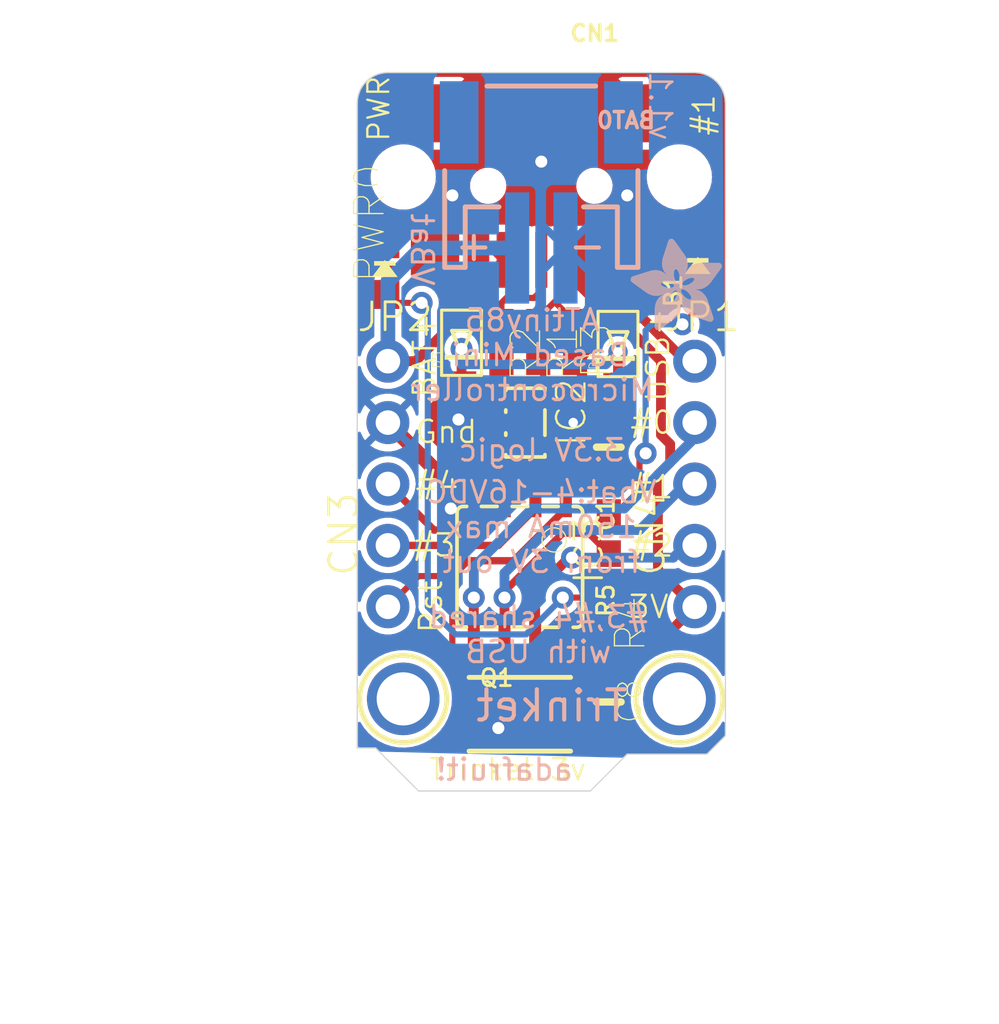
<source format=kicad_pcb>
(kicad_pcb (version 20221018) (generator pcbnew)
  (layers (0 "F.Cu" signal) (1 "In1.Cu" signal) (2 "In2.Cu" signal) (3 "In3.Cu" signal) (4 "In4.Cu" signal) (5 "In5.Cu" signal) (6 "In6.Cu" signal) (7 "In7.Cu" signal) (8 "In8.Cu" signal) (9 "In9.Cu" signal) (10 "In10.Cu" signal) (11 "In11.Cu" signal) (12 "In12.Cu" signal) (13 "In13.Cu" signal) (14 "In14.Cu" signal) (31 "B.Cu" signal) (34 "B.Paste" user) (35 "F.Paste" user) (36 "B.SilkS" user "B.Silkscreen") (37 "F.SilkS" user "F.Silkscreen") (38 "B.Mask" user) (39 "F.Mask" user) (44 "Edge.Cuts" user))
  (net 0 "")
  (net 1 "GND")
  (net 2 "+3V3")
  (net 3 "D+")
  (net 4 "D-")
  (net 5 "VBUS")
  (net 6 "B0")
  (net 7 "B2")
  (net 8 "B1")
  (net 9 "N$6")
  (net 10 "VBAT")
  (net 11 "N$7")
  (net 12 "RESET")
  (net 13 "B3")
  (net 14 "B4")
  (net 15 "N$1")
  (footprint "working:SOIC8" (layer "F.Cu") (at 147.6121 110.5916 180)
    (fp_text reference "IC3" (at -2.8575 2.159 90) (layer "F.SilkS") (effects (font (size 1.1557 1.1557) (thickness 0.1143)) (justify right)))
    (fp_text value "ATTINY85-20S")
    (pad "1" smd rect (at -1.905 3.154 180) (size 0.5 2.2) (layers "F.Cu" "F.Paste" "F.Mask") (net 12 "RESET"))
    (pad "2" smd rect (at -0.645 3.154 180) (size 0.5 2.2) (layers "F.Cu" "F.Paste" "F.Mask") (net 13 "B3"))
    (pad "3" smd rect (at 0.625 3.154 180) (size 0.5 2.2) (layers "F.Cu" "F.Paste" "F.Mask") (net 14 "B4"))
    (pad "4" smd rect (at 1.895 3.154 180) (size 0.5 2.2) (layers "F.Cu" "F.Paste" "F.Mask") (net 1 "GND"))
    (pad "5" smd rect (at 1.905 -3.154 180) (size 0.5 2.2) (layers "F.Cu" "F.Paste" "F.Mask") (net 6 "B0"))
    (pad "6" smd rect (at 0.635 -3.154 180) (size 0.5 2.2) (layers "F.Cu" "F.Paste" "F.Mask") (net 8 "B1"))
    (pad "7" smd rect (at -0.635 -3.154 180) (size 0.5 2.2) (layers "F.Cu" "F.Paste" "F.Mask") (net 7 "B2"))
    (pad "8" smd rect (at -1.905 -3.154 180) (size 0.5 2.2) (layers "F.Cu" "F.Paste" "F.Mask") (net 2 "+3V3"))
  )
  (footprint "working:SOD-123FL" (layer "F.Cu") (at 145.1991 101.3206 90)
    (fp_text reference "D3" (at -1.1 -1 90) (layer "F.SilkS") (effects (font (size 0.376489 0.376489) (thickness 0.029911)) (justify left)))
    (fp_text value "SCHOTTKY")
    (pad "A" smd rect (at 1.6375 0 90) (size 0.91 1.22) (layers "F.Cu" "F.Paste" "F.Mask") (net 10 "VBAT"))
    (pad "C" smd rect (at -1.6375 0 90) (size 0.91 1.22) (layers "F.Cu" "F.Paste" "F.Mask") (net 11 "N$7"))
  )
  (footprint "working:FIDUCIAL_1MM" (layer "F.Cu") (at 148.5011 91.1606)
    (fp_text reference "U$1" hide)
    (fp_text value "FIDUCIAL" hide)
    (pad "1" smd roundrect (at 0 0) (size 1 1) (layers "F.Cu") (roundrect_rratio 0.5))
    (zone (net 0) (net_name "") (layer "F.Cu") (connect_pads (clearance 0)) (min_thickness 0.25)
      (keepout (tracks not_allowed) (vias not_allowed) (pads not_allowed) (copperpour not_allowed) (footprints allowed))
      (fill (thermal_gap 0.5) (thermal_bridge_width 0.5))
      (polygon (pts (xy 147.5011 91.1606) (xy 147.5011 91.1606) (xy 147.520315 91.35569) (xy 147.57722 91.543283) (xy 147.66963 91.71617) (xy 147.793993 91.867707) (xy 147.94553 91.99207) (xy 148.118417 92.08448) (xy 148.5011 92.1606) (xy 148.5011 92.1606) (xy 148.69619 92.141385) (xy 148.883783 92.08448) (xy 149.05667 91.99207) (xy 149.208207 91.867707) (xy 149.33257 91.71617) (xy 149.42498 91.543283) (xy 149.5011 91.1606) (xy 149.5011 91.1606) (xy 149.481885 90.96551) (xy 149.42498 90.777917) (xy 149.33257 90.60503) (xy 149.208207 90.453493) (xy 149.05667 90.32913) (xy 148.883783 90.23672) (xy 148.5011 90.1606) (xy 148.5011 90.1606) (xy 148.30601 90.179815) (xy 148.118417 90.23672) (xy 147.94553 90.32913) (xy 147.793993 90.453493) (xy 147.66963 90.60503) (xy 147.57722 90.777917)))
    )
  )
  (footprint "working:MOUNTINGHOLE_2.0_PLATED" (layer "F.Cu") (at 142.7861 116.0526)
    (fp_text reference "U$8" hide)
    (fp_text value "MOUNTINGHOLE2.0" hide)
    (pad "P$1" thru_hole circle (at 0 0) (size 3 3) (drill 2.2) (layers "*.Cu" "*.Mask"))
    (zone (net 0) (net_name "") (layer "F.Cu") (connect_pads (clearance 0)) (min_thickness 0.25)
      (keepout (tracks not_allowed) (vias not_allowed) (pads not_allowed) (copperpour not_allowed) (footprints allowed))
      (fill (thermal_gap 0.5) (thermal_bridge_width 0.5))
      (polygon (pts (xy 144.8021 116.0526) (xy 144.78248 115.772027) (xy 144.724004 115.496915) (xy 144.627808 115.232619) (xy 144.495765 114.984283) (xy 144.330446 114.75674) (xy 144.135067 114.55442) (xy 143.913433 114.38126) (xy 143.669856 114.240631) (xy 143.409078 114.13527) (xy 143.136175 114.067228) (xy 142.856457 114.037828) (xy 142.575371 114.047644) (xy 142.298385 114.096484) (xy 142.030893 114.183397) (xy 141.7781 114.306693) (xy 141.544926 114.46397) (xy 141.335911 114.652169) (xy 141.155122 114.867625) (xy 141.006078 115.106145) (xy 140.89168 115.363087) (xy 140.814154 115.63345) (xy 140.775011 115.911971) (xy 140.775011 116.193229) (xy 140.814154 116.47175) (xy 140.89168 116.742113) (xy 141.006078 116.999055) (xy 141.155122 117.237575) (xy 141.335911 117.453031) (xy 141.544926 117.64123) (xy 141.7781 117.798507) (xy 142.030893 117.921803) (xy 142.298385 118.008716) (xy 142.575371 118.057556) (xy 142.856457 118.067372) (xy 143.136175 118.037972) (xy 143.409078 117.96993) (xy 143.669856 117.864569) (xy 143.913433 117.72394) (xy 144.135067 117.55078) (xy 144.330446 117.34846) (xy 144.495765 117.120917) (xy 144.627808 116.872581) (xy 144.724004 116.608285) (xy 144.78248 116.333173)))
      (polygon (pts (xy 142.7701 116.0526) (xy 142.774786 116.063914) (xy 142.7861 116.0686) (xy 142.797414 116.063914) (xy 142.8021 116.0526) (xy 142.797414 116.041286) (xy 142.7861 116.0366) (xy 142.774786 116.041286)))
    )
    (zone (net 0) (net_name "") (layer "B.Cu") (connect_pads (clearance 0)) (min_thickness 0.25)
      (keepout (tracks not_allowed) (vias not_allowed) (pads not_allowed) (copperpour not_allowed) (footprints allowed))
      (fill (thermal_gap 0.5) (thermal_bridge_width 0.5))
      (polygon (pts (xy 144.8021 116.0526) (xy 144.78248 115.772027) (xy 144.724004 115.496915) (xy 144.627808 115.232619) (xy 144.495765 114.984283) (xy 144.330446 114.75674) (xy 144.135067 114.55442) (xy 143.913433 114.38126) (xy 143.669856 114.240631) (xy 143.409078 114.13527) (xy 143.136175 114.067228) (xy 142.856457 114.037828) (xy 142.575371 114.047644) (xy 142.298385 114.096484) (xy 142.030893 114.183397) (xy 141.7781 114.306693) (xy 141.544926 114.46397) (xy 141.335911 114.652169) (xy 141.155122 114.867625) (xy 141.006078 115.106145) (xy 140.89168 115.363087) (xy 140.814154 115.63345) (xy 140.775011 115.911971) (xy 140.775011 116.193229) (xy 140.814154 116.47175) (xy 140.89168 116.742113) (xy 141.006078 116.999055) (xy 141.155122 117.237575) (xy 141.335911 117.453031) (xy 141.544926 117.64123) (xy 141.7781 117.798507) (xy 142.030893 117.921803) (xy 142.298385 118.008716) (xy 142.575371 118.057556) (xy 142.856457 118.067372) (xy 143.136175 118.037972) (xy 143.409078 117.96993) (xy 143.669856 117.864569) (xy 143.913433 117.72394) (xy 144.135067 117.55078) (xy 144.330446 117.34846) (xy 144.495765 117.120917) (xy 144.627808 116.872581) (xy 144.724004 116.608285) (xy 144.78248 116.333173)))
      (polygon (pts (xy 142.7701 116.0526) (xy 142.774786 116.063914) (xy 142.7861 116.0686) (xy 142.797414 116.063914) (xy 142.8021 116.0526) (xy 142.797414 116.041286) (xy 142.7861 116.0366) (xy 142.774786 116.041286)))
    )
  )
  (footprint "working:USB-MINIB" (layer "F.Cu") (at 148.5011 93.8276 180)
    (fp_text reference "CN1" (at -3.31 5.699 180) (layer "F.SilkS") (effects (font (size 0.666496 0.666496) (thickness 0.146304)) (justify right top)))
    (fp_text value "")
    (pad "" np_thru_hole circle (at -2.2 -1 180) (size 1 1) (drill 1) (layers "*.Cu" "*.Mask"))
    (pad "" np_thru_hole circle (at 2.2 -1 180) (size 1 1) (drill 1) (layers "*.Cu" "*.Mask"))
    (pad "D+" smd rect (at 0 -4.064) (size 0.5 2.308) (layers "F.Cu" "F.Paste" "F.Mask") (net 3 "D+"))
    (pad "D-" smd rect (at -0.8 -4.064) (size 0.5 2.308) (layers "F.Cu" "F.Paste" "F.Mask") (net 4 "D-"))
    (pad "GND" smd rect (at 1.6 -4.064) (size 0.5 2.308) (layers "F.Cu" "F.Paste" "F.Mask") (net 1 "GND"))
    (pad "GND1" smd rect (at -4.4 2 180) (size 2 2.4) (layers "F.Cu" "F.Paste" "F.Mask") (net 1 "GND"))
    (pad "GND2" smd rect (at -4.4 -3.5 180) (size 2 2.4) (layers "F.Cu" "F.Paste" "F.Mask") (net 1 "GND"))
    (pad "GND3" smd rect (at 4.4 -3.5 180) (size 2 2.4) (layers "F.Cu" "F.Paste" "F.Mask") (net 1 "GND"))
    (pad "GND4" smd rect (at 4.4 2 180) (size 2 2.4) (layers "F.Cu" "F.Paste" "F.Mask") (net 1 "GND"))
    (pad "ID" smd rect (at 0.8 -4.064) (size 0.5 2.308) (layers "F.Cu" "F.Paste" "F.Mask"))
    (pad "VBUS" smd rect (at -1.6 -4.064) (size 0.5 2.308) (layers "F.Cu" "F.Paste" "F.Mask") (net 5 "VBUS"))
  )
  (footprint "" (layer "F.Cu") (at 142.7861 94.4626)
    (fp_text reference "@HOLE0" hide)
    (fp_text value "" (at 0 0) (layer "F.SilkS") (effects (font (size 1.27 1.27))))
    (pad "" np_thru_hole circle (at 0 0) (size 2.2 2.2) (drill 2.2) (layers "*.Cu" "*.Mask"))
  )
  (footprint "working:0603-NO" (layer "F.Cu") (at 151.2951 109.1946 -90)
    (fp_text reference "R5" (at 2.032 0.127 90) (layer "F.SilkS") (effects (font (size 0.692831 0.692831) (thickness 0.119969)) (justify right)))
    (fp_text value "470 (0603)")
    (pad "1" smd rect (at -0.85 0 270) (size 1.1 1) (layers "F.Cu" "F.Paste" "F.Mask") (net 15 "N$1"))
    (pad "2" smd rect (at 0.85 0 270) (size 1.1 1) (layers "F.Cu" "F.Paste" "F.Mask") (net 8 "B1"))
  )
  (footprint "working:0805-NO" (layer "F.Cu") (at 151.2951 105.6386 -90)
    (fp_text reference "C1" (at 2.032 0.127 90) (layer "F.SilkS") (effects (font (size 0.692831 0.692831) (thickness 0.119969)) (justify right)))
    (fp_text value "10uF")
    (pad "1" smd rect (at -0.95 0 270) (size 1.3 1.5) (layers "F.Cu" "F.Paste" "F.Mask") (net 11 "N$7"))
    (pad "2" smd rect (at 0.95 0 270) (size 1.3 1.5) (layers "F.Cu" "F.Paste" "F.Mask") (net 1 "GND"))
  )
  (footprint "working:CHIPLED_0805_NOOUTLINE" (layer "F.Cu") (at 154.9781 98.1456)
    (fp_text reference "B1" (at -1.016 1.778 90) (layer "F.SilkS") (effects (font (size 0.692831 0.692831) (thickness 0.119969)) (justify left)))
    (fp_text value "red")
    (pad "A" smd rect (at 0 1.05) (size 1.2 1.2) (layers "F.Cu" "F.Paste" "F.Mask") (net 15 "N$1"))
    (pad "C" smd rect (at 0 -1.05) (size 1.2 1.2) (layers "F.Cu" "F.Paste" "F.Mask") (net 1 "GND"))
  )
  (footprint "" (layer "F.Cu") (at 154.2161 94.4626)
    (fp_text reference "@HOLE1" hide)
    (fp_text value "" (at 0 0) (layer "F.SilkS") (effects (font (size 1.27 1.27))))
    (pad "" np_thru_hole circle (at 0 0) (size 2.2 2.2) (drill 2.2) (layers "*.Cu" "*.Mask"))
  )
  (footprint "working:CHIPLED_0805_NOOUTLINE" (layer "F.Cu") (at 142.0241 98.2726)
    (fp_text reference "PWR0" (at -0.635 0.635 90) (layer "F.SilkS") (effects (font (size 1.21668 1.21668) (thickness 0.05332)) (justify left)))
    (fp_text value "green")
    (pad "A" smd rect (at 0 1.05) (size 1.2 1.2) (layers "F.Cu" "F.Paste" "F.Mask") (net 9 "N$6"))
    (pad "C" smd rect (at 0 -1.05) (size 1.2 1.2) (layers "F.Cu" "F.Paste" "F.Mask") (net 1 "GND"))
  )
  (footprint "working:SOT23-5L" (layer "F.Cu") (at 147.8407 104.6226 -90)
    (fp_text reference "IC2" (at -1.905 -1.905 90) (layer "F.SilkS") (effects (font (size 1.176528 1.176528) (thickness 0.093472)) (justify right)))
    (fp_text value "MIC5225-3.3v")
    (pad "1" smd rect (at -0.95 1.3 270) (size 0.55 1.2) (layers "F.Cu" "F.Paste" "F.Mask") (net 11 "N$7"))
    (pad "2" smd rect (at 0 1.3 270) (size 0.55 1.2) (layers "F.Cu" "F.Paste" "F.Mask") (net 1 "GND"))
    (pad "3" smd rect (at 0.95 1.3 270) (size 0.55 1.2) (layers "F.Cu" "F.Paste" "F.Mask") (net 11 "N$7"))
    (pad "4" smd rect (at 0.95 -1.3 270) (size 0.55 1.2) (layers "F.Cu" "F.Paste" "F.Mask"))
    (pad "5" smd rect (at -0.95 -1.3 270) (size 0.55 1.2) (layers "F.Cu" "F.Paste" "F.Mask") (net 2 "+3V3"))
  )
  (footprint "working:SOD-123FL" (layer "F.Cu") (at 151.6761 101.3714 90)
    (fp_text reference "D2" (at -1.1 -1 90) (layer "F.SilkS") (effects (font (size 0.376489 0.376489) (thickness 0.029911)) (justify left)))
    (fp_text value "SCHOTTKY")
    (pad "A" smd rect (at 1.6375 0 90) (size 0.91 1.22) (layers "F.Cu" "F.Paste" "F.Mask") (net 5 "VBUS"))
    (pad "C" smd rect (at -1.6375 0 90) (size 0.91 1.22) (layers "F.Cu" "F.Paste" "F.Mask") (net 11 "N$7"))
  )
  (footprint "working:FIDUCIAL_1MM" (layer "F.Cu") (at 148.0566 116.4336)
    (fp_text reference "U$6" hide)
    (fp_text value "FIDUCIAL" hide)
    (pad "1" smd roundrect (at 0 0) (size 1 1) (layers "F.Cu") (roundrect_rratio 0.5))
    (zone (net 0) (net_name "") (layer "F.Cu") (connect_pads (clearance 0)) (min_thickness 0.25)
      (keepout (tracks not_allowed) (vias not_allowed) (pads not_allowed) (copperpour not_allowed) (footprints allowed))
      (fill (thermal_gap 0.5) (thermal_bridge_width 0.5))
      (polygon (pts (xy 147.0566 116.4336) (xy 147.0566 116.4336) (xy 147.075815 116.62869) (xy 147.13272 116.816283) (xy 147.22513 116.98917) (xy 147.349493 117.140707) (xy 147.50103 117.26507) (xy 147.673917 117.35748) (xy 148.0566 117.4336) (xy 148.0566 117.4336) (xy 148.25169 117.414385) (xy 148.439283 117.35748) (xy 148.61217 117.26507) (xy 148.763707 117.140707) (xy 148.88807 116.98917) (xy 148.98048 116.816283) (xy 149.0566 116.4336) (xy 149.0566 116.4336) (xy 149.037385 116.23851) (xy 148.98048 116.050917) (xy 148.88807 115.87803) (xy 148.763707 115.726493) (xy 148.61217 115.60213) (xy 148.439283 115.50972) (xy 148.0566 115.4336) (xy 148.0566 115.4336) (xy 147.86151 115.452815) (xy 147.673917 115.50972) (xy 147.50103 115.60213) (xy 147.349493 115.726493) (xy 147.22513 115.87803) (xy 147.13272 116.050917)))
    )
  )
  (footprint "working:0603-NO" (layer "F.Cu") (at 149.8981 101.3206 -90)
    (fp_text reference "R3" (at -0.889 -0.889 90) (layer "F.SilkS") (effects (font (size 1.21668 1.21668) (thickness 0.05332)) (justify right)))
    (fp_text value "1.5K (0603)")
    (pad "1" smd rect (at -0.85 0 270) (size 1.1 1) (layers "F.Cu" "F.Paste" "F.Mask") (net 4 "D-"))
    (pad "2" smd rect (at 0.85 0 270) (size 1.1 1) (layers "F.Cu" "F.Paste" "F.Mask") (net 2 "+3V3"))
  )
  (footprint "working:1X01-CLEANBIG" (layer "F.Cu") (at 142.1511 102.0826)
    (fp_text reference "JP2" (at -1.3462 -1.8288) (layer "F.SilkS") (effects (font (size 1.1557 1.1557) (thickness 0.1143)) (justify left)))
    (fp_text value "")
    (pad "1" thru_hole circle (at 0 0) (size 1.778 1.778) (drill 1.016) (layers "*.Cu" "*.Mask") (net 10 "VBAT"))
  )
  (footprint "working:1X01-CLEANBIG" (layer "F.Cu") (at 154.8511 102.0826)
    (fp_text reference "JP1" (at -1.3462 -1.8288) (layer "F.SilkS") (effects (font (size 1.1557 1.1557) (thickness 0.1143)) (justify left)))
    (fp_text value "")
    (pad "1" thru_hole circle (at 0 0) (size 1.778 1.778) (drill 1.016) (layers "*.Cu" "*.Mask") (net 5 "VBUS"))
  )
  (footprint "working:0805-NO" (layer "F.Cu") (at 151.2951 116.1796 -90)
    (fp_text reference "C8" (at -1 -0.875 90) (layer "F.SilkS") (effects (font (size 0.96268 0.96268) (thickness 0.05332)) (justify right)))
    (fp_text value "10uF")
    (pad "1" smd rect (at -0.95 0 270) (size 1.3 1.5) (layers "F.Cu" "F.Paste" "F.Mask") (net 2 "+3V3"))
    (pad "2" smd rect (at 0.95 0 270) (size 1.3 1.5) (layers "F.Cu" "F.Paste" "F.Mask") (net 1 "GND"))
  )
  (footprint "working:BTN_KMR2_4.6X2.8" (layer "F.Cu") (at 147.6121 116.6876)
    (fp_text reference "Q1" (at -1.732 -1.503) (layer "F.SilkS") (effects (font (size 0.692831 0.692831) (thickness 0.119969)) (justify left)))
    (fp_text value "reset")
    (pad "A" smd rect (at 2.05 -0.8) (size 0.9 1) (layers "F.Cu" "F.Paste" "F.Mask") (net 12 "RESET"))
    (pad "A'" smd rect (at -2.05 -0.8) (size 0.9 1) (layers "F.Cu" "F.Paste" "F.Mask") (net 12 "RESET"))
    (pad "B" smd rect (at 2.05 0.8) (size 0.9 1) (layers "F.Cu" "F.Paste" "F.Mask") (net 1 "GND"))
    (pad "B'" smd rect (at -2.05 0.8) (size 0.9 1) (layers "F.Cu" "F.Paste" "F.Mask") (net 1 "GND"))
  )
  (footprint "working:MOUNTINGHOLE_2.0_PLATED" (layer "F.Cu") (at 154.2161 116.0526)
    (fp_text reference "U$9" hide)
    (fp_text value "MOUNTINGHOLE2.0" hide)
    (pad "P$1" thru_hole circle (at 0 0) (size 3 3) (drill 2.2) (layers "*.Cu" "*.Mask"))
    (zone (net 0) (net_name "") (layer "F.Cu") (connect_pads (clearance 0)) (min_thickness 0.25)
      (keepout (tracks not_allowed) (vias not_allowed) (pads not_allowed) (copperpour not_allowed) (footprints allowed))
      (fill (thermal_gap 0.5) (thermal_bridge_width 0.5))
      (polygon (pts (xy 156.2321 116.0526) (xy 156.21248 115.772027) (xy 156.154004 115.496915) (xy 156.057808 115.232619) (xy 155.925765 114.984283) (xy 155.760446 114.75674) (xy 155.565067 114.55442) (xy 155.343433 114.38126) (xy 155.099856 114.240631) (xy 154.839078 114.13527) (xy 154.566175 114.067228) (xy 154.286457 114.037828) (xy 154.005371 114.047644) (xy 153.728385 114.096484) (xy 153.460893 114.183397) (xy 153.2081 114.306693) (xy 152.974926 114.46397) (xy 152.765911 114.652169) (xy 152.585122 114.867625) (xy 152.436078 115.106145) (xy 152.32168 115.363087) (xy 152.244154 115.63345) (xy 152.205011 115.911971) (xy 152.205011 116.193229) (xy 152.244154 116.47175) (xy 152.32168 116.742113) (xy 152.436078 116.999055) (xy 152.585122 117.237575) (xy 152.765911 117.453031) (xy 152.974926 117.64123) (xy 153.2081 117.798507) (xy 153.460893 117.921803) (xy 153.728385 118.008716) (xy 154.005371 118.057556) (xy 154.286457 118.067372) (xy 154.566175 118.037972) (xy 154.839078 117.96993) (xy 155.099856 117.864569) (xy 155.343433 117.72394) (xy 155.565067 117.55078) (xy 155.760446 117.34846) (xy 155.925765 117.120917) (xy 156.057808 116.872581) (xy 156.154004 116.608285) (xy 156.21248 116.333173)))
      (polygon (pts (xy 154.2001 116.0526) (xy 154.204786 116.063914) (xy 154.2161 116.0686) (xy 154.227414 116.063914) (xy 154.2321 116.0526) (xy 154.227414 116.041286) (xy 154.2161 116.0366) (xy 154.204786 116.041286)))
    )
    (zone (net 0) (net_name "") (layer "B.Cu") (connect_pads (clearance 0)) (min_thickness 0.25)
      (keepout (tracks not_allowed) (vias not_allowed) (pads not_allowed) (copperpour not_allowed) (footprints allowed))
      (fill (thermal_gap 0.5) (thermal_bridge_width 0.5))
      (polygon (pts (xy 156.2321 116.0526) (xy 156.21248 115.772027) (xy 156.154004 115.496915) (xy 156.057808 115.232619) (xy 155.925765 114.984283) (xy 155.760446 114.75674) (xy 155.565067 114.55442) (xy 155.343433 114.38126) (xy 155.099856 114.240631) (xy 154.839078 114.13527) (xy 154.566175 114.067228) (xy 154.286457 114.037828) (xy 154.005371 114.047644) (xy 153.728385 114.096484) (xy 153.460893 114.183397) (xy 153.2081 114.306693) (xy 152.974926 114.46397) (xy 152.765911 114.652169) (xy 152.585122 114.867625) (xy 152.436078 115.106145) (xy 152.32168 115.363087) (xy 152.244154 115.63345) (xy 152.205011 115.911971) (xy 152.205011 116.193229) (xy 152.244154 116.47175) (xy 152.32168 116.742113) (xy 152.436078 116.999055) (xy 152.585122 117.237575) (xy 152.765911 117.453031) (xy 152.974926 117.64123) (xy 153.2081 117.798507) (xy 153.460893 117.921803) (xy 153.728385 118.008716) (xy 154.005371 118.057556) (xy 154.286457 118.067372) (xy 154.566175 118.037972) (xy 154.839078 117.96993) (xy 155.099856 117.864569) (xy 155.343433 117.72394) (xy 155.565067 117.55078) (xy 155.760446 117.34846) (xy 155.925765 117.120917) (xy 156.057808 116.872581) (xy 156.154004 116.608285) (xy 156.21248 116.333173)))
      (polygon (pts (xy 154.2001 116.0526) (xy 154.204786 116.063914) (xy 154.2161 116.0686) (xy 154.227414 116.063914) (xy 154.2321 116.0526) (xy 154.227414 116.041286) (xy 154.2161 116.0366) (xy 154.204786 116.041286)))
    )
  )
  (footprint "working:0603-NO" (layer "F.Cu") (at 148.3741 101.3206 -90)
    (fp_text reference "R1" (at -0.762 -1.016 90) (layer "F.SilkS") (effects (font (size 1.21668 1.21668) (thickness 0.05332)) (justify right)))
    (fp_text value "68 (0603)")
    (pad "1" smd rect (at -0.85 0 270) (size 1.1 1) (layers "F.Cu" "F.Paste" "F.Mask") (net 4 "D-"))
    (pad "2" smd rect (at 0.85 0 270) (size 1.1 1) (layers "F.Cu" "F.Paste" "F.Mask") (net 13 "B3"))
  )
  (footprint "working:1X04-CLEANBIG" (layer "F.Cu") (at 142.1511 108.4326 90)
    (fp_text reference "CN3" (at -2.6162 -1.8288 90) (layer "F.SilkS") (effects (font (size 1.1557 1.1557) (thickness 0.1143)) (justify left)))
    (fp_text value "1X4-CLEANBIG" hide)
    (pad "1" thru_hole circle (at -3.81 0 180) (size 1.778 1.778) (drill 1.016) (layers "*.Cu" "*.Mask") (net 12 "RESET"))
    (pad "2" thru_hole circle (at -1.27 0 180) (size 1.778 1.778) (drill 1.016) (layers "*.Cu" "*.Mask") (net 13 "B3"))
    (pad "3" thru_hole circle (at 1.27 0 180) (size 1.778 1.778) (drill 1.016) (layers "*.Cu" "*.Mask") (net 14 "B4"))
    (pad "4" thru_hole circle (at 3.81 0 180) (size 1.778 1.778) (drill 1.016) (layers "*.Cu" "*.Mask") (net 1 "GND"))
  )
  (footprint "working:1X04-CLEANBIG" (layer "F.Cu") (at 154.8511 108.4326 90)
    (fp_text reference "CN4" (at -2.6162 -1.8288 90) (layer "F.SilkS") (effects (font (size 1.1557 1.1557) (thickness 0.1143)) (justify left)))
    (fp_text value "1X4-CLEANBIG" hide)
    (pad "1" thru_hole circle (at -3.81 0 180) (size 1.778 1.778) (drill 1.016) (layers "*.Cu" "*.Mask") (net 2 "+3V3"))
    (pad "2" thru_hole circle (at -1.27 0 180) (size 1.778 1.778) (drill 1.016) (layers "*.Cu" "*.Mask") (net 7 "B2"))
    (pad "3" thru_hole circle (at 1.27 0 180) (size 1.778 1.778) (drill 1.016) (layers "*.Cu" "*.Mask") (net 8 "B1"))
    (pad "4" thru_hole circle (at 3.81 0 180) (size 1.778 1.778) (drill 1.016) (layers "*.Cu" "*.Mask") (net 6 "B0"))
  )
  (footprint "working:0603-NO" (layer "F.Cu") (at 146.8501 101.3206 -90)
    (fp_text reference "R2" (at -0.762 -1.016 90) (layer "F.SilkS") (effects (font (size 1.21668 1.21668) (thickness 0.05332)) (justify right)))
    (fp_text value "68 (0603)")
    (pad "1" smd rect (at -0.85 0 270) (size 1.1 1) (layers "F.Cu" "F.Paste" "F.Mask") (net 3 "D+"))
    (pad "2" smd rect (at 0.85 0 270) (size 1.1 1) (layers "F.Cu" "F.Paste" "F.Mask") (net 14 "B4"))
  )
  (footprint "working:0603-NO" (layer "F.Cu") (at 151.2951 112.6236 -90)
    (fp_text reference "R4" (at -0.889 -0.889 90) (layer "F.SilkS") (effects (font (size 1.21668 1.21668) (thickness 0.05332)) (justify right)))
    (fp_text value "470 (0603)")
    (pad "1" smd rect (at -0.85 0 270) (size 1.1 1) (layers "F.Cu" "F.Paste" "F.Mask") (net 9 "N$6"))
    (pad "2" smd rect (at 0.85 0 270) (size 1.1 1) (layers "F.Cu" "F.Paste" "F.Mask") (net 2 "+3V3"))
  )
  (footprint "working:JSTPH2" (layer "B.Cu") (at 148.5011 93.7006 180)
    (fp_text reference "BAT0" (at -2.2225 1.9685) (layer "B.SilkS") (effects (font (size 0.666496 0.666496) (thickness 0.146304)) (justify right top mirror)))
    (fp_text value "")
    (pad "1" smd rect (at -1 -3.7 180) (size 1 4.6) (layers "B.Cu" "B.Paste" "B.Mask") (net 1 "GND"))
    (pad "2" smd rect (at 1 -3.7 180) (size 1 4.6) (layers "B.Cu" "B.Paste" "B.Mask") (net 10 "VBAT"))
    (pad "NC1" smd rect (at -3.4 1.5 90) (size 3.4 1.6) (layers "B.Cu" "B.Paste" "B.Mask"))
    (pad "NC2" smd rect (at 3.4 1.5 90) (size 3.4 1.6) (layers "B.Cu" "B.Paste" "B.Mask"))
  )
  (footprint "working:ADAFRUIT_3.5MM" (layer "B.Cu") (at 155.9941 100.8126 180)
    (fp_text reference "U$5" hide)
    (fp_text value "" hide)
  )
  (gr_arc (start 154.8511 90.1446) (mid 155.749126 90.516574) (end 156.1211 91.4146) (stroke (width 0.05)) (layer "Edge.Cuts"))
  (gr_line (start 142.1511 90.1446) (end 154.8511 90.1446) (stroke (width 0.05)) (layer "Edge.Cuts"))
  (gr_line (start 155.3591 118.3386) (end 152.0571 118.3386) (stroke (width 0.05)) (layer "Edge.Cuts"))
  (gr_line (start 156.1211 117.5766) (end 155.3591 118.3386) (stroke (width 0.05)) (layer "Edge.Cuts"))
  (gr_line (start 156.1211 91.4146) (end 156.1211 117.5766) (stroke (width 0.05)) (layer "Edge.Cuts"))
  (gr_arc (start 140.8811 91.4146) (mid 141.253074 90.516574) (end 142.1511 90.1446) (stroke (width 0.05)) (layer "Edge.Cuts"))
  (gr_line (start 141.6431 118.0846) (end 140.8811 118.0846) (stroke (width 0.05)) (layer "Edge.Cuts"))
  (gr_line (start 152.0571 118.3386) (end 150.5331 119.8626) (stroke (width 0.05)) (layer "Edge.Cuts"))
  (gr_line (start 143.4211 119.8626) (end 141.6431 118.0846) (stroke (width 0.05)) (layer "Edge.Cuts"))
  (gr_line (start 150.5331 119.8626) (end 143.4211 119.8626) (stroke (width 0.05)) (layer "Edge.Cuts"))
  (gr_line (start 140.8811 118.0846) (end 140.8811 91.4146) (stroke (width 0.05)) (layer "Edge.Cuts"))
  (gr_text "3.3V logic" (at 148.5011 105.7656) (layer "B.SilkS") (effects (font (size 0.89408 0.89408) (thickness 0.12192)) (justify mirror)))
  (gr_text "#3,#4 shared\nwith USB" (at 148.3741 113.3856) (layer "B.SilkS") (effects (font (size 0.89408 0.89408) (thickness 0.12192)) (justify mirror)))
  (gr_text "v1.1" (at 153.9621 90.0176 -90) (layer "B.SilkS") (effects (font (size 0.9144 0.9144) (thickness 0.1016)) (justify right top mirror)))
  (gr_text "adafruit!" (at 146.9771 118.9736) (layer "B.SilkS") (effects (font (size 0.89408 0.89408) (thickness 0.12192)) (justify mirror)))
  (gr_text "+" (at 146.5961 98.0186) (layer "B.SilkS") (effects (font (size 1.251712 1.251712) (thickness 0.170688)) (justify left bottom mirror)))
  (gr_text "Trinket" (at 152.1841 117.0686) (layer "B.SilkS") (effects (font (size 1.251712 1.251712) (thickness 0.170688)) (justify left bottom mirror)))
  (gr_text "Vbat:4-16VDC\n150mA max\nfrom 3V out" (at 148.5011 108.9406) (layer "B.SilkS") (effects (font (size 0.89408 0.89408) (thickness 0.12192)) (justify mirror)))
  (gr_text "VBat" (at 143.0401 99.0346 -90) (layer "B.SilkS") (effects (font (size 0.89408 0.89408) (thickness 0.12192)) (justify left bottom mirror)))
  (gr_text "ATtiny85\nBased Mini \nMicrocontroller" (at 148.1201 101.8286) (layer "B.SilkS") (effects (font (size 0.89408 0.89408) (thickness 0.12192)) (justify mirror)))
  (gr_text "-" (at 151.2951 98.0186) (layer "B.SilkS") (effects (font (size 1.251712 1.251712) (thickness 0.170688)) (justify left bottom mirror)))
  (gr_text "USB+" (at 153.3271 101.8286 90) (layer "F.SilkS") (effects (font (size 0.9144 0.9144) (thickness 0.1016))))
  (gr_text "#4" (at 144.1831 107.1626) (layer "F.SilkS") (effects (font (size 0.9144 0.9144) (thickness 0.1016))))
  (gr_text "#3" (at 144.0561 109.7026) (layer "F.SilkS") (effects (font (size 0.9144 0.9144) (thickness 0.1016))))
  (gr_text "#2" (at 153.0731 109.7026) (layer "F.SilkS") (effects (font (size 0.9144 0.9144) (thickness 0.1016))))
  (gr_text "#1" (at 155.7401 92.8116 90) (layer "F.SilkS") (effects (font (size 0.86868 0.86868) (thickness 0.09652)) (justify left bottom)))
  (gr_text "Trinket 3v" (at 147.1041 118.9736) (layer "F.SilkS") (effects (font (size 0.86868 0.86868) (thickness 0.09652))))
  (gr_text "PWR" (at 142.2781 93.0656 90) (layer "F.SilkS") (effects (font (size 0.86868 0.86868) (thickness 0.09652)) (justify left bottom)))
  (gr_text "#0" (at 153.0731 104.6226) (layer "F.SilkS") (effects (font (size 0.9144 0.9144) (thickness 0.1016))))
  (gr_text "3V" (at 152.9461 112.2426) (layer "F.SilkS") (effects (font (size 0.9144 0.9144) (thickness 0.1016))))
  (gr_text "Rst" (at 143.9291 112.2426 90) (layer "F.SilkS") (effects (font (size 0.9144 0.9144) (thickness 0.1016))))
  (gr_text "#1" (at 153.0731 107.2896) (layer "F.SilkS") (effects (font (size 0.9144 0.9144) (thickness 0.1016))))
  (gr_text "BAT+" (at 143.6751 101.8286 90) (layer "F.SilkS") (effects (font (size 0.9144 0.9144) (thickness 0.1016))))
  (gr_text "Gnd" (at 144.5641 105.0036) (layer "F.SilkS") (effects (font (size 0.9144 0.9144) (thickness 0.1016))))
  (segment (start 144.8916 108.0416) (end 144.7546 108.1786) (width 0.3048) (layer "F.Cu") (net 1))
  (segment (start 149.8219 104.6226) (end 150.1521 104.9528) (width 0.254) (layer "F.Cu") (net 1))
  (segment (start 150.1521 105.8926) (end 150.8481 106.5886) (width 0.254) (layer "F.Cu") (net 1))
  (segment (start 145.7171 107.4376) (end 145.7171 107.6806) (width 0.3048) (layer "F.Cu") (net 1))
  (segment (start 146.5407 104.6226) (end 145.1991 104.6226) (width 0.4064) (layer "F.Cu") (net 1))
  (segment (start 146.7231 117.2591) (end 146.7231 117.4876) (width 0.254) (layer "F.Cu") (net 1))
  (segment (start 144.1831 106.6546) (end 145.5801 106.6546) (width 0.6096) (layer "F.Cu") (net 1))
  (segment (start 150.9371 117.4876) (end 151.2951 117.1296) (width 0.4064) (layer "F.Cu") (net 1))
  (segment (start 142.1511 104.6226) (end 144.1831 106.6546) (width 0.6096) (layer "F.Cu") (net 1))
  (segment (start 149.5171 117.6326) (end 149.6621 117.4876) (width 0.254) (layer "F.Cu") (net 1))
  (segment (start 149.6621 117.4876) (end 150.9371 117.4876) (width 0.4064) (layer "F.Cu") (net 1))
  (segment (start 145.7171 108.0416) (end 144.8916 108.0416) (width 0.3048) (layer "F.Cu") (net 1))
  (segment (start 149.5171 117.6401) (end 149.5171 117.6326) (width 0.254) (layer "F.Cu") (net 1))
  (segment (start 145.7171 106.7916) (end 145.7171 107.4376) (width 0.3048) (layer "F.Cu") (net 1))
  (segment (start 145.5621 117.4876) (end 146.7231 117.4876) (width 0.254) (layer "F.Cu") (net 1))
  (segment (start 145.7171 107.6806) (end 145.7171 108.0416) (width 0.4064) (layer "F.Cu") (net 1))
  (segment (start 145.5801 106.6546) (end 145.7171 106.7916) (width 0.3048) (layer "F.Cu") (net 1))
  (segment (start 150.8481 106.5886) (end 151.2951 106.5886) (width 0.254) (layer "F.Cu") (net 1))
  (segment (start 146.7231 117.4876) (end 146.8756 117.6401) (width 0.254) (layer "F.Cu") (net 1))
  (segment (start 150.1521 104.9528) (end 150.1521 105.8926) (width 0.254) (layer "F.Cu") (net 1))
  (segment (start 146.8756 117.6401) (end 149.5171 117.6401) (width 0.254) (layer "F.Cu") (net 1))
  (segment (start 145.1991 104.6226) (end 145.0721 104.4956) (width 0.4064) (layer "F.Cu") (net 1))
  (via (at 146.7231 117.2591) (size 0.9064) (drill 0.5) (layers "F.Cu" "B.Cu") (net 1))
  (via (at 148.5011 93.8276) (size 0.9064) (drill 0.5) (layers "F.Cu" "B.Cu") (net 1))
  (via (at 144.8181 95.2246) (size 0.9064) (drill 0.5) (layers "F.Cu" "B.Cu") (net 1))
  (via (at 144.7546 108.1786) (size 0.9064) (drill 0.5) (layers "F.Cu" "B.Cu") (net 1))
  (via (at 152.0571 95.2246) (size 0.9064) (drill 0.5) (layers "F.Cu" "B.Cu") (net 1))
  (via (at 149.8219 104.6226) (size 0.8001) (drill 0.3937) (layers "F.Cu" "B.Cu") (net 1))
  (via (at 145.0721 104.4956) (size 0.9064) (drill 0.5) (layers "F.Cu" "B.Cu") (net 1))
  (segment (start 149.1407 103.6726) (end 149.8981 103.6726) (width 0.4064) (layer "F.Cu") (net 2))
  (segment (start 149.5171 113.7456) (end 151.2501 113.7456) (width 0.4064) (layer "F.Cu") (net 2))
  (segment (start 153.8351 105.5116) (end 153.8351 106.2736) (width 0.4064) (layer "F.Cu") (net 2))
  (segment (start 149.8981 103.6726) (end 149.8981 102.1706) (width 0.4064) (layer "F.Cu") (net 2))
  (segment (start 151.2951 113.7006) (end 151.2951 113.4736) (width 0.254) (layer "F.Cu") (net 2))
  (segment (start 153.4541 102.0826) (end 153.4541 105.1306) (width 0.4064) (layer "F.Cu") (net 2))
  (segment (start 151.2951 113.4736) (end 153.6201 113.4736) (width 0.4064) (layer "F.Cu") (net 2))
  (segment (start 151.2501 113.7456) (end 151.2951 113.7006) (width 0.254) (layer "F.Cu") (net 2))
  (segment (start 151.2501 115.1846) (end 151.2951 115.2296) (width 0.4064) (layer "F.Cu") (net 2))
  (segment (start 153.4541 102.0826) (end 152.0571 100.6856) (width 0.4064) (layer "F.Cu") (net 2))
  (segment (start 149.8981 102.1706) (end 151.3831 100.6856) (width 0.4064) (layer "F.Cu") (net 2))
  (segment (start 153.3271 106.7816) (end 153.3271 110.7186) (width 0.4064) (layer "F.Cu") (net 2))
  (segment (start 153.6201 113.4736) (end 154.8511 112.2426) (width 0.4064) (layer "F.Cu") (net 2))
  (segment (start 153.3271 110.7186) (end 154.8511 112.2426) (width 0.4064) (layer "F.Cu") (net 2))
  (segment (start 152.0571 100.6856) (end 151.3831 100.6856) (width 0.4064) (layer "F.Cu") (net 2))
  (segment (start 153.8351 106.2736) (end 153.3271 106.7816) (width 0.4064) (layer "F.Cu") (net 2))
  (segment (start 153.4541 105.1306) (end 153.8351 105.5116) (width 0.4064) (layer "F.Cu") (net 2))
  (segment (start 151.2501 113.7456) (end 151.2501 115.1846) (width 0.4064) (layer "F.Cu") (net 2))
  (segment (start 147.0533 99.4664) (end 146.8501 99.6696) (width 0.254) (layer "F.Cu") (net 3))
  (segment (start 148.5011 99.1616) (end 148.5011 97.8916) (width 0.254) (layer "F.Cu") (net 3))
  (segment (start 146.8501 99.6696) (end 146.8501 100.4706) (width 0.254) (layer "F.Cu") (net 3))
  (segment (start 148.5011 99.1616) (end 148.1963 99.4664) (width 0.254) (layer "F.Cu") (net 3))
  (segment (start 148.1963 99.4664) (end 147.0533 99.4664) (width 0.254) (layer "F.Cu") (net 3))
  (segment (start 149.1361 99.7086) (end 149.1361 99.5426) (width 0.254) (layer "F.Cu") (net 4))
  (segment (start 148.3741 100.3046) (end 148.3741 100.4706) (width 0.254) (layer "F.Cu") (net 4))
  (segment (start 149.8981 100.4706) (end 149.1361 99.7086) (width 0.254) (layer "F.Cu") (net 4))
  (segment (start 149.3011 99.3776) (end 149.1361 99.5426) (width 0.254) (layer "F.Cu") (net 4))
  (segment (start 149.1361 99.5426) (end 148.3741 100.3046) (width 0.254) (layer "F.Cu") (net 4))
  (segment (start 149.3011 99.3776) (end 149.3011 97.8916) (width 0.254) (layer "F.Cu") (net 4))
  (segment (start 154.8511 102.0826) (end 154.4701 102.0826) (width 0.4064) (layer "F.Cu") (net 5))
  (segment (start 154.4701 102.0826) (end 152.1214 99.7339) (width 0.4064) (layer "F.Cu") (net 5))
  (segment (start 152.1214 99.7339) (end 151.6761 99.7339) (width 0.4064) (layer "F.Cu") (net 5))
  (segment (start 150.1011 98.9626) (end 150.1011 97.8916) (width 0.4064) (layer "F.Cu") (net 5))
  (segment (start 150.1011 98.9626) (end 150.8724 99.7339) (width 0.4064) (layer "F.Cu") (net 5))
  (segment (start 150.8724 99.7339) (end 151.6761 99.7339) (width 0.4064) (layer "F.Cu") (net 5))
  (segment (start 145.7071 113.7456) (end 145.7071 111.8616) (width 0.4064) (layer "F.Cu") (net 6))
  (via (at 145.7071 111.8616) (size 0.9064) (drill 0.5) (layers "F.Cu" "B.Cu") (net 6))
  (segment (start 154.8511 104.7496) (end 154.8511 104.6226) (width 0.4064) (layer "B.Cu") (net 6))
  (segment (start 151.9301 108.1786) (end 154.8511 105.2576) (width 0.4064) (layer "B.Cu") (net 6))
  (segment (start 145.7071 110.5916) (end 148.1201 108.1786) (width 0.4064) (layer "B.Cu") (net 6))
  (segment (start 145.7071 111.8616) (end 145.7071 110.5916) (width 0.4064) (layer "B.Cu") (net 6))
  (segment (start 154.8511 105.2576) (end 154.8511 104.6226) (width 0.4064) (layer "B.Cu") (net 6))
  (segment (start 148.1201 108.1786) (end 151.9301 108.1786) (width 0.4064) (layer "B.Cu") (net 6))
  (segment (start 148.2471 113.7456) (end 148.2471 111.6076) (width 0.4064) (layer "F.Cu") (net 7))
  (segment (start 148.2471 111.6076) (end 149.6441 110.2106) (width 0.4064) (layer "F.Cu") (net 7))
  (segment (start 149.6441 110.2106) (end 149.7711 110.2106) (width 0.4064) (layer "F.Cu") (net 7))
  (via (at 149.7711 110.2106) (size 0.9064) (drill 0.5) (layers "F.Cu" "B.Cu") (net 7))
  (segment (start 153.9621 110.2106) (end 154.4701 109.7026) (width 0.4064) (layer "B.Cu") (net 7))
  (segment (start 154.4701 109.7026) (end 154.8511 109.7026) (width 0.4064) (layer "B.Cu") (net 7))
  (segment (start 149.7711 110.2106) (end 153.9621 110.2106) (width 0.4064) (layer "B.Cu") (net 7))
  (segment (start 151.2951 110.0176) (end 151.2951 110.0446) (width 0.3048) (layer "F.Cu") (net 8))
  (segment (start 150.4721 109.1946) (end 149.3901 109.1946) (width 0.3048) (layer "F.Cu") (net 8))
  (segment (start 150.4721 109.1946) (end 151.2951 110.0176) (width 0.3048) (layer "F.Cu") (net 8))
  (segment (start 146.9771 113.7456) (end 146.9771 111.8616) (width 0.4064) (layer "F.Cu") (net 8))
  (segment (start 149.3901 109.1946) (end 146.9771 111.6076) (width 0.3048) (layer "F.Cu") (net 8))
  (segment (start 146.9771 111.6076) (end 146.9771 111.8616) (width 0.3048) (layer "F.Cu") (net 8))
  (via (at 146.9771 111.8616) (size 0.9064) (drill 0.5) (layers "F.Cu" "B.Cu") (net 8))
  (segment (start 148.7551 109.0676) (end 152.5651 109.0676) (width 0.4064) (layer "B.Cu") (net 8))
  (segment (start 154.4701 107.1626) (end 154.8511 107.1626) (width 0.4064) (layer "B.Cu") (net 8))
  (segment (start 146.9771 110.8456) (end 148.7551 109.0676) (width 0.4064) (layer "B.Cu") (net 8))
  (segment (start 146.9771 111.8616) (end 146.9771 110.8456) (width 0.4064) (layer "B.Cu") (net 8))
  (segment (start 152.5651 109.0676) (end 154.4701 107.1626) (width 0.4064) (layer "B.Cu") (net 8))
  (segment (start 142.4051 99.6696) (end 143.5481 99.6696) (width 0.254) (layer "F.Cu") (net 9))
  (segment (start 142.0241 99.3226) (end 142.0581 99.3226) (width 0.254) (layer "F.Cu") (net 9))
  (segment (start 142.0581 99.3226) (end 142.4051 99.6696) (width 0.254) (layer "F.Cu") (net 9))
  (segment (start 149.3901 111.8616) (end 151.2071 111.8616) (width 0.254) (layer "F.Cu") (net 9))
  (segment (start 151.2071 111.8616) (end 151.2951 111.7736) (width 0.254) (layer "F.Cu") (net 9))
  (via (at 143.5481 99.6696) (size 0.9064) (drill 0.5) (layers "F.Cu" "B.Cu") (net 9))
  (via (at 149.3901 111.8616) (size 0.9064) (drill 0.5) (layers "F.Cu" "B.Cu") (net 9))
  (segment (start 147.8661 113.3856) (end 144.9451 113.3856) (width 0.254) (layer "B.Cu") (net 9))
  (segment (start 144.9451 113.3856) (end 143.8021 112.2426) (width 0.254) (layer "B.Cu") (net 9))
  (segment (start 143.8021 112.2426) (end 143.8021 99.9236) (width 0.254) (layer "B.Cu") (net 9))
  (segment (start 143.5481 99.6696) (end 143.8021 99.9236) (width 0.254) (layer "B.Cu") (net 9))
  (segment (start 149.3901 111.8616) (end 147.8661 113.3856) (width 0.254) (layer "B.Cu") (net 9))
  (segment (start 142.1511 102.0826) (end 143.2941 102.0826) (width 0.4064) (layer "F.Cu") (net 10))
  (segment (start 143.2941 102.0826) (end 145.1991 100.1776) (width 0.4064) (layer "F.Cu") (net 10))
  (segment (start 145.1991 100.1776) (end 145.1991 99.6831) (width 0.4064) (layer "F.Cu") (net 10))
  (segment (start 147.5011 97.4006) (end 143.5311 97.4006) (width 0.6096) (layer "B.Cu") (net 10))
  (segment (start 143.5311 97.4006) (end 142.1511 98.7806) (width 0.6096) (layer "B.Cu") (net 10))
  (segment (start 142.1511 98.7806) (end 142.1511 102.0826) (width 0.6096) (layer "B.Cu") (net 10))
  (segment (start 144.0561 103.9876) (end 145.0856 102.9581) (width 0.4064) (layer "F.Cu") (net 11))
  (segment (start 151.6761 101.7016) (end 151.6761 103.0089) (width 0.4064) (layer "F.Cu") (net 11))
  (segment (start 144.4371 105.5726) (end 144.0561 105.1916) (width 0.4064) (layer "F.Cu") (net 11))
  (segment (start 146.5407 103.6726) (end 145.9136 103.6726) (width 0.4064) (layer "F.Cu") (net 11))
  (segment (start 145.0856 102.9581) (end 145.1991 102.9581) (width 0.4064) (layer "F.Cu") (net 11))
  (segment (start 145.1991 102.9581) (end 145.1991 101.5746) (width 0.4064) (layer "F.Cu") (net 11))
  (segment (start 151.6761 103.0089) (end 151.6761 104.3076) (width 0.4064) (layer "F.Cu") (net 11))
  (segment (start 145.9136 103.6726) (end 145.1991 102.9581) (width 0.4064) (layer "F.Cu") (net 11))
  (segment (start 144.0561 105.1916) (end 144.0561 103.9876) (width 0.4064) (layer "F.Cu") (net 11))
  (segment (start 151.6761 104.3076) (end 151.2951 104.6886) (width 0.4064) (layer "F.Cu") (net 11))
  (segment (start 146.5407 105.5726) (end 144.4371 105.5726) (width 0.4064) (layer "F.Cu") (net 11))
  (via (at 145.1991 101.5746) (size 0.9064) (drill 0.5) (layers "F.Cu" "B.Cu") (net 11))
  (via (at 151.6761 101.7016) (size 0.8001) (drill 0.3937) (layers "F.Cu" "B.Cu") (net 11))
  (segment (start 151.1681 102.2096) (end 151.6761 101.7016) (width 0.4064) (layer "B.Cu") (net 11))
  (segment (start 151.1681 102.2096) (end 145.1991 102.2096) (width 0.4064) (layer "B.Cu") (net 11))
  (segment (start 145.1991 102.2096) (end 145.1991 101.5746) (width 0.4064) (layer "B.Cu") (net 11))
  (segment (start 149.5171 108.1786) (end 149.5171 107.4376) (width 0.3048) (layer "F.Cu") (net 12))
  (segment (start 144.8181 115.1436) (end 144.8181 110.9726) (width 0.254) (layer "F.Cu") (net 12))
  (segment (start 144.8181 110.9726) (end 145.4531 110.3376) (width 0.3048) (layer "F.Cu") (net 12))
  (segment (start 144.8181 110.9726) (end 143.4211 110.9726) (width 0.254) (layer "F.Cu") (net 12))
  (segment (start 147.3581 110.3376) (end 149.5171 108.1786) (width 0.3048) (layer "F.Cu") (net 12))
  (segment (start 145.4531 110.3376) (end 147.3581 110.3376) (width 0.3048) (layer "F.Cu") (net 12))
  (segment (start 145.5621 115.8876) (end 146.2226 115.2271) (width 0.254) (layer "F.Cu") (net 12))
  (segment (start 145.5621 115.8876) (end 144.8181 115.1436) (width 0.254) (layer "F.Cu") (net 12))
  (segment (start 143.4211 110.9726) (end 142.1511 112.2426) (width 0.254) (layer "F.Cu") (net 12))
  (segment (start 146.2226 115.2271) (end 149.0016 115.2271) (width 0.254) (layer "F.Cu") (net 12))
  (segment (start 142.1511 112.2426) (end 142.2981 112.2426) (width 0.254) (layer "F.Cu") (net 12))
  (segment (start 149.0016 115.2271) (end 149.6621 115.8876) (width 0.254) (layer "F.Cu") (net 12))
  (segment (start 148.2571 107.4376) (end 148.2571 108.1686) (width 0.254) (layer "F.Cu") (net 13))
  (segment (start 148.1201 103.2256) (end 148.3741 102.9716) (width 0.254) (layer "F.Cu") (net 13))
  (segment (start 148.2571 107.4376) (end 148.1201 107.3006) (width 0.254) (layer "F.Cu") (net 13))
  (segment (start 148.1201 107.3006) (end 148.1201 103.2256) (width 0.254) (layer "F.Cu") (net 13))
  (segment (start 146.7231 109.7026) (end 142.1511 109.7026) (width 0.3048) (layer "F.Cu") (net 13))
  (segment (start 148.2571 108.1686) (end 146.7231 109.7026) (width 0.3048) (layer "F.Cu") (net 13))
  (segment (start 148.3741 102.9716) (end 148.3741 102.1706) (width 0.254) (layer "F.Cu") (net 13))
  (segment (start 146.8501 102.4246) (end 147.6121 103.1866) (width 0.254) (layer "F.Cu") (net 14))
  (segment (start 146.9871 107.4376) (end 146.9871 108.4226) (width 0.3048) (layer "F.Cu") (net 14))
  (segment (start 146.9871 106.8986) (end 146.9871 107.4376) (width 0.254) (layer "F.Cu") (net 14))
  (segment (start 146.9871 108.4226) (end 146.3421 109.0676) (width 0.3048) (layer "F.Cu") (net 14))
  (segment (start 146.3421 109.0676) (end 144.0561 109.0676) (width 0.3048) (layer "F.Cu") (net 14))
  (segment (start 146.8501 102.1706) (end 146.8501 102.4246) (width 0.254) (layer "F.Cu") (net 14))
  (segment (start 147.6121 106.2736) (end 146.9871 106.8986) (width 0.254) (layer "F.Cu") (net 14))
  (segment (start 144.0561 109.0676) (end 142.1511 107.1626) (width 0.3048) (layer "F.Cu") (net 14))
  (segment (start 147.6121 103.1866) (end 147.6121 106.2736) (width 0.254) (layer "F.Cu") (net 14))
  (segment (start 151.6371 108.3446) (end 151.2951 108.3446) (width 0.254) (layer "F.Cu") (net 15))
  (segment (start 152.5651 107.4166) (end 152.5651 106.1466) (width 0.254) (layer "F.Cu") (net 15))
  (segment (start 152.5651 107.4166) (end 151.6371 108.3446) (width 0.254) (layer "F.Cu") (net 15))
  (segment (start 154.9781 99.9236) (end 154.3431 100.5586) (width 0.254) (layer "F.Cu") (net 15))
  (segment (start 152.5651 106.1466) (end 152.8191 105.8926) (width 0.254) (layer "F.Cu") (net 15))
  (segment (start 154.9781 99.9236) (end 154.9781 99.1956) (width 0.254) (layer "F.Cu") (net 15))
  (via (at 152.8191 105.8926) (size 0.9064) (drill 0.5) (layers "F.Cu" "B.Cu") (net 15))
  (via (at 154.3431 100.5586) (size 0.9064) (drill 0.5) (layers "F.Cu" "B.Cu") (net 15))
  (segment (start 152.8191 100.8126) (end 152.8191 105.8926) (width 0.254) (layer "B.Cu") (net 15))
  (segment (start 153.0731 100.5586) (end 154.3431 100.5586) (width 0.254) (layer "B.Cu") (net 15))
  (segment (start 152.8191 100.8126) (end 153.0731 100.5586) (width 0.254) (layer "B.Cu") (net 15))
  (zone (net 1) (net_name "GND") (layer "F.Cu") (priority 6) (connect_pads (clearance 0.000001)) (min_thickness 0.127) (fill yes (thermal_gap 0.304) (thermal_bridge_width 0.304))
    (polygon (pts (xy 156.1211 100.0506) (xy 141.0081 100.0506) (xy 141.0081 89.8906) (xy 156.1211 89.8906)))
  )
  (zone (net 1) (net_name "GND") (layer "B.Cu") (priority 6) (connect_pads (clearance 0.000001)) (min_thickness 0.127) (fill yes (thermal_gap 0.304) (thermal_bridge_width 0.304))
    (polygon (pts (xy 155.992984 90.274707) (xy 156.249284 118.595844) (xy 140.755216 118.208493) (xy 140.498916 89.887356)))
  )
)
</source>
